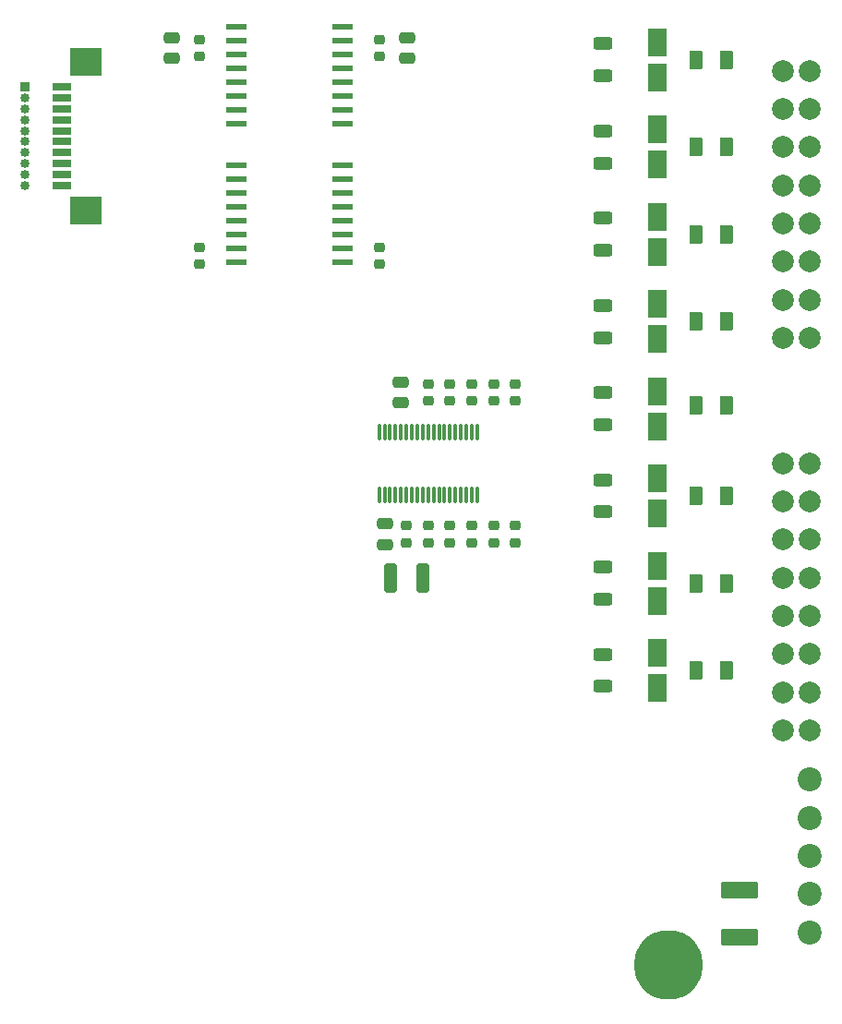
<source format=gbr>
%TF.GenerationSoftware,KiCad,Pcbnew,9.0.0*%
%TF.CreationDate,2025-03-07T09:36:14+03:00*%
%TF.ProjectId,PM_CNV-AI8_IU,504d5f43-4e56-42d4-9149-385f49552e6b,rev?*%
%TF.SameCoordinates,Original*%
%TF.FileFunction,Soldermask,Top*%
%TF.FilePolarity,Negative*%
%FSLAX46Y46*%
G04 Gerber Fmt 4.6, Leading zero omitted, Abs format (unit mm)*
G04 Created by KiCad (PCBNEW 9.0.0) date 2025-03-07 09:36:14*
%MOMM*%
%LPD*%
G01*
G04 APERTURE LIST*
G04 Aperture macros list*
%AMRoundRect*
0 Rectangle with rounded corners*
0 $1 Rounding radius*
0 $2 $3 $4 $5 $6 $7 $8 $9 X,Y pos of 4 corners*
0 Add a 4 corners polygon primitive as box body*
4,1,4,$2,$3,$4,$5,$6,$7,$8,$9,$2,$3,0*
0 Add four circle primitives for the rounded corners*
1,1,$1+$1,$2,$3*
1,1,$1+$1,$4,$5*
1,1,$1+$1,$6,$7*
1,1,$1+$1,$8,$9*
0 Add four rect primitives between the rounded corners*
20,1,$1+$1,$2,$3,$4,$5,0*
20,1,$1+$1,$4,$5,$6,$7,0*
20,1,$1+$1,$6,$7,$8,$9,0*
20,1,$1+$1,$8,$9,$2,$3,0*%
G04 Aperture macros list end*
%ADD10RoundRect,0.250000X-0.375000X-0.625000X0.375000X-0.625000X0.375000X0.625000X-0.375000X0.625000X0*%
%ADD11R,1.854200X0.482600*%
%ADD12R,1.651000X2.565400*%
%ADD13C,2.000000*%
%ADD14RoundRect,0.225000X0.250000X-0.225000X0.250000X0.225000X-0.250000X0.225000X-0.250000X-0.225000X0*%
%ADD15RoundRect,0.250000X-0.625000X0.312500X-0.625000X-0.312500X0.625000X-0.312500X0.625000X0.312500X0*%
%ADD16R,0.850000X0.850000*%
%ADD17O,0.850000X0.850000*%
%ADD18RoundRect,0.250000X0.325000X1.100000X-0.325000X1.100000X-0.325000X-1.100000X0.325000X-1.100000X0*%
%ADD19RoundRect,0.250000X0.475000X-0.250000X0.475000X0.250000X-0.475000X0.250000X-0.475000X-0.250000X0*%
%ADD20RoundRect,0.250000X-0.475000X0.250000X-0.475000X-0.250000X0.475000X-0.250000X0.475000X0.250000X0*%
%ADD21RoundRect,0.225000X-0.250000X0.225000X-0.250000X-0.225000X0.250000X-0.225000X0.250000X0.225000X0*%
%ADD22O,6.350000X6.350000*%
%ADD23C,2.200000*%
%ADD24R,1.803400X0.635000*%
%ADD25R,2.997200X2.590800*%
%ADD26RoundRect,0.075000X0.075000X-0.662500X0.075000X0.662500X-0.075000X0.662500X-0.075000X-0.662500X0*%
%ADD27RoundRect,0.250000X1.450000X-0.537500X1.450000X0.537500X-1.450000X0.537500X-1.450000X-0.537500X0*%
G04 APERTURE END LIST*
D10*
%TO.C,F2*%
X24600000Y29000000D03*
X27400000Y29000000D03*
%TD*%
%TO.C,F7*%
X24600000Y-11000000D03*
X27400000Y-11000000D03*
%TD*%
D11*
%TO.C,U2*%
X-17576800Y40005000D03*
X-17576800Y38735000D03*
X-17576800Y37465000D03*
X-17576800Y36195000D03*
X-17576800Y34925000D03*
X-17576800Y33655000D03*
X-17576800Y32385000D03*
X-17576800Y31115000D03*
X-7823200Y31115000D03*
X-7823200Y32385000D03*
X-7823200Y33655000D03*
X-7823200Y34925000D03*
X-7823200Y36195000D03*
X-7823200Y37465000D03*
X-7823200Y38735000D03*
X-7823200Y40005000D03*
%TD*%
D12*
%TO.C,D5*%
X21000000Y3387100D03*
X21000000Y6612900D03*
%TD*%
D13*
%TO.C,J5*%
X32500000Y-24500000D03*
X32500000Y-21000000D03*
X32500000Y-17500000D03*
X32500000Y-14000000D03*
X32500000Y-10500000D03*
X32500000Y-7000000D03*
X32500000Y-3500000D03*
X32500000Y0D03*
X35000000Y-24500000D03*
X35000000Y-21000000D03*
X35000000Y-17500000D03*
X35000000Y-14000000D03*
X35000000Y-10500000D03*
X35000000Y-7000000D03*
X35000000Y-3500000D03*
X35000000Y0D03*
%TD*%
D14*
%TO.C,C5*%
X-4445000Y37325000D03*
X-4445000Y38875000D03*
%TD*%
D15*
%TO.C,R6*%
X16000000Y-1537500D03*
X16000000Y-4462500D03*
%TD*%
D10*
%TO.C,F3*%
X24600000Y21000000D03*
X27400000Y21000000D03*
%TD*%
D14*
%TO.C,C13*%
X2000000Y5725000D03*
X2000000Y7275000D03*
%TD*%
D16*
%TO.C,J3*%
X-37000000Y34500000D03*
D17*
X-37000000Y33500000D03*
X-37000000Y32500000D03*
X-37000000Y31500000D03*
X-37000000Y30500000D03*
X-37000000Y29500000D03*
X-37000000Y28500000D03*
X-37000000Y27500000D03*
X-37000000Y26500000D03*
X-37000000Y25500000D03*
%TD*%
D12*
%TO.C,D3*%
X21000000Y19387100D03*
X21000000Y22612900D03*
%TD*%
D13*
%TO.C,J4*%
X32500000Y11500000D03*
X32500000Y15000000D03*
X32500000Y18500000D03*
X32500000Y22000000D03*
X32500000Y25500000D03*
X32500000Y29000000D03*
X32500000Y32500000D03*
X32500000Y36000000D03*
X35000000Y11500000D03*
X35000000Y15000000D03*
X35000000Y18500000D03*
X35000000Y22000000D03*
X35000000Y25500000D03*
X35000000Y29000000D03*
X35000000Y32500000D03*
X35000000Y36000000D03*
%TD*%
D15*
%TO.C,R1*%
X16000000Y38462500D03*
X16000000Y35537500D03*
%TD*%
D14*
%TO.C,C11*%
X0Y5725000D03*
X0Y7275000D03*
%TD*%
D15*
%TO.C,R4*%
X16000000Y14462500D03*
X16000000Y11537500D03*
%TD*%
D18*
%TO.C,C7*%
X-525000Y-10500000D03*
X-3475000Y-10500000D03*
%TD*%
D15*
%TO.C,R2*%
X16000000Y30462500D03*
X16000000Y27537500D03*
%TD*%
D19*
%TO.C,C1*%
X-23495000Y37150000D03*
X-23495000Y39050000D03*
%TD*%
D11*
%TO.C,U3*%
X-17576800Y27305000D03*
X-17576800Y26035000D03*
X-17576800Y24765000D03*
X-17576800Y23495000D03*
X-17576800Y22225000D03*
X-17576800Y20955000D03*
X-17576800Y19685000D03*
X-17576800Y18415000D03*
X-7823200Y18415000D03*
X-7823200Y19685000D03*
X-7823200Y20955000D03*
X-7823200Y22225000D03*
X-7823200Y23495000D03*
X-7823200Y24765000D03*
X-7823200Y26035000D03*
X-7823200Y27305000D03*
%TD*%
D14*
%TO.C,C3*%
X-20955000Y18275000D03*
X-20955000Y19825000D03*
%TD*%
D20*
%TO.C,C10*%
X-2500000Y7450000D03*
X-2500000Y5550000D03*
%TD*%
D21*
%TO.C,C18*%
X6000000Y-5725000D03*
X6000000Y-7275000D03*
%TD*%
D15*
%TO.C,R3*%
X16000000Y22462500D03*
X16000000Y19537500D03*
%TD*%
D21*
%TO.C,C12*%
X0Y-5725000D03*
X0Y-7275000D03*
%TD*%
D19*
%TO.C,C6*%
X-1905000Y37150000D03*
X-1905000Y39050000D03*
%TD*%
D12*
%TO.C,D2*%
X21000000Y27387100D03*
X21000000Y30612900D03*
%TD*%
D22*
%TO.C,D9*%
X22000000Y-46000000D03*
%TD*%
D23*
%TO.C,J6*%
X35000000Y-43000000D03*
X35000000Y-39500000D03*
X35000000Y-36000000D03*
X35000000Y-32500000D03*
X35000000Y-29000000D03*
%TD*%
D12*
%TO.C,D4*%
X21000000Y11387100D03*
X21000000Y14612900D03*
%TD*%
D15*
%TO.C,R5*%
X16000000Y6462500D03*
X16000000Y3537500D03*
%TD*%
D10*
%TO.C,F5*%
X24600000Y5325000D03*
X27400000Y5325000D03*
%TD*%
D24*
%TO.C,J1*%
X-33556000Y25500009D03*
X-33556000Y26500007D03*
X-33556000Y27500005D03*
X-33556000Y28500003D03*
X-33556000Y29500001D03*
X-33556000Y30499999D03*
X-33556000Y31499997D03*
X-33556000Y32499995D03*
X-33556000Y33499993D03*
X-33556000Y34499991D03*
D25*
X-31385999Y23149998D03*
X-31385999Y36850002D03*
%TD*%
D14*
%TO.C,C15*%
X6000000Y5725000D03*
X6000000Y7275000D03*
%TD*%
D15*
%TO.C,R8*%
X16000000Y-17537500D03*
X16000000Y-20462500D03*
%TD*%
D12*
%TO.C,D1*%
X21000000Y35387100D03*
X21000000Y38612900D03*
%TD*%
D21*
%TO.C,C20*%
X2000000Y-5725000D03*
X2000000Y-7275000D03*
%TD*%
D15*
%TO.C,R7*%
X16000000Y-9537500D03*
X16000000Y-12462500D03*
%TD*%
D12*
%TO.C,D6*%
X21000000Y-4612900D03*
X21000000Y-1387100D03*
%TD*%
D14*
%TO.C,C2*%
X-20955000Y37325000D03*
X-20955000Y38875000D03*
%TD*%
D21*
%TO.C,C19*%
X4000000Y-5725000D03*
X4000000Y-7275000D03*
%TD*%
D14*
%TO.C,C14*%
X4000000Y5725000D03*
X4000000Y7275000D03*
%TD*%
D21*
%TO.C,C17*%
X8000000Y-5725000D03*
X8000000Y-7275000D03*
%TD*%
D12*
%TO.C,D8*%
X21000000Y-20612900D03*
X21000000Y-17387100D03*
%TD*%
D20*
%TO.C,C9*%
X-4000000Y-5550000D03*
X-4000000Y-7450000D03*
%TD*%
D26*
%TO.C,U4*%
X-4500000Y-2862500D03*
X-4000000Y-2862500D03*
X-3500000Y-2862500D03*
X-3000000Y-2862500D03*
X-2500000Y-2862500D03*
X-2000000Y-2862500D03*
X-1500000Y-2862500D03*
X-1000000Y-2862500D03*
X-500000Y-2862500D03*
X0Y-2862500D03*
X500000Y-2862500D03*
X1000000Y-2862500D03*
X1500000Y-2862500D03*
X2000000Y-2862500D03*
X2500000Y-2862500D03*
X3000000Y-2862500D03*
X3500000Y-2862500D03*
X4000000Y-2862500D03*
X4500000Y-2862500D03*
X4500000Y2862500D03*
X4000000Y2862500D03*
X3500000Y2862500D03*
X3000000Y2862500D03*
X2500000Y2862500D03*
X2000000Y2862500D03*
X1500000Y2862500D03*
X1000000Y2862500D03*
X500000Y2862500D03*
X0Y2862500D03*
X-500000Y2862500D03*
X-1000000Y2862500D03*
X-1500000Y2862500D03*
X-2000000Y2862500D03*
X-2500000Y2862500D03*
X-3000000Y2862500D03*
X-3500000Y2862500D03*
X-4000000Y2862500D03*
X-4500000Y2862500D03*
%TD*%
D14*
%TO.C,C16*%
X8000000Y5725000D03*
X8000000Y7275000D03*
%TD*%
D10*
%TO.C,F8*%
X24600000Y-19000000D03*
X27400000Y-19000000D03*
%TD*%
D21*
%TO.C,C4*%
X-4445000Y19825000D03*
X-4445000Y18275000D03*
%TD*%
D27*
%TO.C,C21*%
X28575000Y-43412500D03*
X28575000Y-39137500D03*
%TD*%
D21*
%TO.C,C8*%
X-2000000Y-5725000D03*
X-2000000Y-7275000D03*
%TD*%
D12*
%TO.C,D7*%
X21000000Y-12612900D03*
X21000000Y-9387100D03*
%TD*%
D10*
%TO.C,F6*%
X24600000Y-3000000D03*
X27400000Y-3000000D03*
%TD*%
%TO.C,F1*%
X24600000Y37000000D03*
X27400000Y37000000D03*
%TD*%
%TO.C,F4*%
X24600000Y13000000D03*
X27400000Y13000000D03*
%TD*%
M02*

</source>
